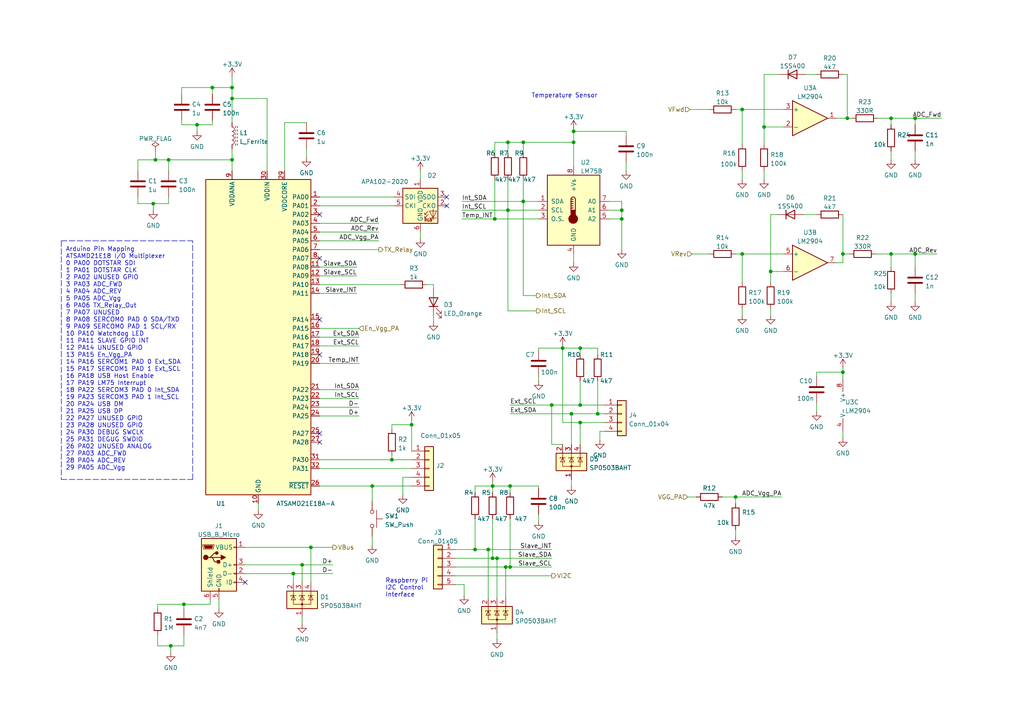
<source format=kicad_sch>
(kicad_sch (version 20211123) (generator eeschema)
  (paper "A4")
  (lib_symbols
    (symbol "1N914_1" (pin_numbers hide) (pin_names hide)
      (property "Reference" "D" (at 0 2.54 0))
      (property "Value" "1N914_1" (at 0 -2.54 0))
      (symbol "1N914_1_1_1"
        (pin passive line (at -3.81 0 0) (length 2.54) (name "K") (number "1"))
        (pin passive line (at 3.81 0 180) (length 2.54) (name "A") (number "2"))
      )
    )
    (symbol "Amplifier_Operational:LM2904" (pin_names (offset 0.127))
      (property "Reference" "U" (at 0 5.08 0))
      (property "Value" "LM2904" (at 0 -5.08 0))
      (symbol "LM2904_1_1"
        (pin output line (at 7.62 0 180) (length 2.54) (name "~") (number "1"))
        (pin input line (at -7.62 -2.54 0) (length 2.54) (name "-") (number "2"))
        (pin input line (at -7.62 2.54 0) (length 2.54) (name "+") (number "3"))
      )
      (symbol "LM2904_2_1"
        (pin input line (at -7.62 2.54 0) (length 2.54) (name "+") (number "5"))
        (pin input line (at -7.62 -2.54 0) (length 2.54) (name "-") (number "6"))
        (pin output line (at 7.62 0 180) (length 2.54) (name "~") (number "7"))
      )
      (symbol "LM2904_3_1"
        (pin power_in line (at -2.54 -7.62 90) (length 3.81) (name "V-") (number "4"))
        (pin power_in line (at -2.54 7.62 270) (length 3.81) (name "V+") (number "8"))
      )
    )
    (symbol "Connector:USB_B_Micro" (pin_names (offset 1.016))
      (property "Reference" "J" (at -5.08 11.43 0))
      (property "Value" "USB_B_Micro" (at -5.08 8.89 0))
      (symbol "USB_B_Micro_1_1"
        (pin power_out line (at 7.62 5.08 180) (length 2.54) (name "VBUS") (number "1"))
        (pin bidirectional line (at 7.62 -2.54 180) (length 2.54) (name "D-") (number "2"))
        (pin bidirectional line (at 7.62 0 180) (length 2.54) (name "D+") (number "3"))
        (pin passive line (at 7.62 -5.08 180) (length 2.54) (name "ID") (number "4"))
        (pin power_out line (at 0 -10.16 90) (length 2.54) (name "GND") (number "5"))
        (pin passive line (at -2.54 -10.16 90) (length 2.54) (name "Shield") (number "6"))
      )
    )
    (symbol "Connector_Generic:Conn_01x04" (pin_names (offset 1.016) hide)
      (property "Reference" "J" (at 0 5.08 0))
      (property "Value" "Conn_01x04" (at 0 -7.62 0))
      (symbol "Conn_01x04_1_1"
        (pin passive line (at -5.08 2.54 0) (length 3.81) (name "Pin_1") (number "1"))
        (pin passive line (at -5.08 0 0) (length 3.81) (name "Pin_2") (number "2"))
        (pin passive line (at -5.08 -2.54 0) (length 3.81) (name "Pin_3") (number "3"))
        (pin passive line (at -5.08 -5.08 0) (length 3.81) (name "Pin_4") (number "4"))
      )
    )
    (symbol "Connector_Generic:Conn_01x05" (pin_names (offset 1.016) hide)
      (property "Reference" "J" (at 0 7.62 0))
      (property "Value" "Conn_01x05" (at 0 -7.62 0))
      (symbol "Conn_01x05_1_1"
        (pin passive line (at -5.08 5.08 0) (length 3.81) (name "Pin_1") (number "1"))
        (pin passive line (at -5.08 2.54 0) (length 3.81) (name "Pin_2") (number "2"))
        (pin passive line (at -5.08 0 0) (length 3.81) (name "Pin_3") (number "3"))
        (pin passive line (at -5.08 -2.54 0) (length 3.81) (name "Pin_4") (number "4"))
        (pin passive line (at -5.08 -5.08 0) (length 3.81) (name "Pin_5") (number "5"))
      )
    )
    (symbol "Device:C" (pin_numbers hide) (pin_names (offset 0.254))
      (property "Reference" "C" (at 0.635 2.54 0))
      (property "Value" "C" (at 0.635 -2.54 0))
      (symbol "C_1_1"
        (pin passive line (at 0 3.81 270) (length 2.794) (name "~") (number "1"))
        (pin passive line (at 0 -3.81 90) (length 2.794) (name "~") (number "2"))
      )
    )
    (symbol "Device:LED" (pin_numbers hide) (pin_names (offset 1.016) hide)
      (property "Reference" "D" (at 0 2.54 0))
      (property "Value" "LED" (at 0 -2.54 0))
      (symbol "LED_1_1"
        (pin passive line (at -3.81 0 0) (length 2.54) (name "K") (number "1"))
        (pin passive line (at 3.81 0 180) (length 2.54) (name "A") (number "2"))
      )
    )
    (symbol "Device:L_Ferrite" (pin_numbers hide) (pin_names (offset 1.016) hide)
      (property "Reference" "L" (at -1.27 0 90))
      (property "Value" "L_Ferrite" (at 2.794 0 90))
      (symbol "L_Ferrite_1_1"
        (pin passive line (at 0 3.81 270) (length 1.27) (name "1") (number "1"))
        (pin passive line (at 0 -3.81 90) (length 1.27) (name "2") (number "2"))
      )
    )
    (symbol "Device:R" (pin_numbers hide) (pin_names (offset 0))
      (property "Reference" "R" (at 2.032 0 90))
      (property "Value" "R" (at 0 0 90))
      (symbol "R_1_1"
        (pin passive line (at 0 3.81 270) (length 1.27) (name "~") (number "1"))
        (pin passive line (at 0 -3.81 90) (length 1.27) (name "~") (number "2"))
      )
    )
    (symbol "Diode:1N914" (pin_numbers hide) (pin_names hide)
      (property "Reference" "D" (at 0 2.54 0))
      (property "Value" "1N914" (at 0 -2.54 0))
      (symbol "1N914_1_1"
        (pin passive line (at -3.81 0 0) (length 2.54) (name "K") (number "1"))
        (pin passive line (at 3.81 0 180) (length 2.54) (name "A") (number "2"))
      )
    )
    (symbol "LED:APA102-2020"
      (property "Reference" "D" (at 5.08 5.715 0))
      (property "Value" "APA102-2020" (at 1.27 -5.715 0))
      (symbol "APA102-2020_0_0"
        (text "RGB" (at 2.286 -4.191 0) (effects (font (size 0.762 0.762))))
      )
      (symbol "APA102-2020_1_1"
        (pin power_in line (at 0 7.62 270) (length 2.54) (name "VDD") (number "1"))
        (pin output line (at 7.62 0 180) (length 2.54) (name "CKO") (number "2"))
        (pin output line (at 7.62 2.54 180) (length 2.54) (name "SDO") (number "3"))
        (pin input line (at -7.62 2.54 0) (length 2.54) (name "SDI") (number "4"))
        (pin input line (at -7.62 0 0) (length 2.54) (name "CKI") (number "5"))
        (pin power_in line (at 0 -7.62 90) (length 2.54) (name "GND") (number "6"))
      )
    )
    (symbol "MCU_Microchip_SAMD:ATSAMD21E18A-A"
      (property "Reference" "U" (at -13.97 46.99 0))
      (property "Value" "ATSAMD21E18A-A" (at 16.51 46.99 0))
      (symbol "ATSAMD21E18A-A_1_1"
        (pin bidirectional line (at -17.78 40.64 0) (length 2.54) (name "PA00") (number "1"))
        (pin power_in line (at 0 -48.26 90) (length 2.54) (name "GND") (number "10"))
        (pin bidirectional line (at -17.78 20.32 0) (length 2.54) (name "PA08") (number "11"))
        (pin bidirectional line (at -17.78 17.78 0) (length 2.54) (name "PA09") (number "12"))
        (pin bidirectional line (at -17.78 15.24 0) (length 2.54) (name "PA10") (number "13"))
        (pin bidirectional line (at -17.78 12.7 0) (length 2.54) (name "PA11") (number "14"))
        (pin bidirectional line (at -17.78 5.08 0) (length 2.54) (name "PA14") (number "15"))
        (pin bidirectional line (at -17.78 2.54 0) (length 2.54) (name "PA15") (number "16"))
        (pin bidirectional line (at -17.78 0 0) (length 2.54) (name "PA16") (number "17"))
        (pin bidirectional line (at -17.78 -2.54 0) (length 2.54) (name "PA17") (number "18"))
        (pin bidirectional line (at -17.78 -5.08 0) (length 2.54) (name "PA18") (number "19"))
        (pin bidirectional line (at -17.78 38.1 0) (length 2.54) (name "PA01") (number "2"))
        (pin bidirectional line (at -17.78 -7.62 0) (length 2.54) (name "PA19") (number "20"))
        (pin bidirectional line (at -17.78 -15.24 0) (length 2.54) (name "PA22") (number "21"))
        (pin bidirectional line (at -17.78 -17.78 0) (length 2.54) (name "PA23") (number "22"))
        (pin bidirectional line (at -17.78 -20.32 0) (length 2.54) (name "PA24") (number "23"))
        (pin bidirectional line (at -17.78 -22.86 0) (length 2.54) (name "PA25") (number "24"))
        (pin bidirectional line (at -17.78 -27.94 0) (length 2.54) (name "PA27") (number "25"))
        (pin input line (at -17.78 -43.18 0) (length 2.54) (name "~{RESET}") (number "26"))
        (pin bidirectional line (at -17.78 -30.48 0) (length 2.54) (name "PA28") (number "27"))
        (pin passive line (at 0 -48.26 90) (length 2.54) hide (name "GND") (number "28"))
        (pin power_out line (at -7.62 48.26 270) (length 2.54) (name "VDDCORE") (number "29"))
        (pin bidirectional line (at -17.78 35.56 0) (length 2.54) (name "PA02") (number "3"))
        (pin power_in line (at -2.54 48.26 270) (length 2.54) (name "VDDIN") (number "30"))
        (pin bidirectional line (at -17.78 -35.56 0) (length 2.54) (name "PA30") (number "31"))
        (pin bidirectional line (at -17.78 -38.1 0) (length 2.54) (name "PA31") (number "32"))
        (pin bidirectional line (at -17.78 33.02 0) (length 2.54) (name "PA03") (number "4"))
        (pin bidirectional line (at -17.78 30.48 0) (length 2.54) (name "PA04") (number "5"))
        (pin bidirectional line (at -17.78 27.94 0) (length 2.54) (name "PA05") (number "6"))
        (pin bidirectional line (at -17.78 25.4 0) (length 2.54) (name "PA06") (number "7"))
        (pin bidirectional line (at -17.78 22.86 0) (length 2.54) (name "PA07") (number "8"))
        (pin power_in line (at 7.62 48.26 270) (length 2.54) (name "VDDANA") (number "9"))
      )
    )
    (symbol "Power_Protection:SP0503BAHT" (pin_names hide)
      (property "Reference" "D" (at 5.715 2.54 0))
      (property "Value" "SP0503BAHT" (at 5.715 0.635 0))
      (symbol "SP0503BAHT_0_0"
        (pin passive line (at 0 -5.08 90) (length 2.54) (name "A") (number "1"))
      )
      (symbol "SP0503BAHT_1_1"
        (pin passive line (at -2.54 5.08 270) (length 2.54) (name "K") (number "2"))
        (pin passive line (at 0 5.08 270) (length 2.54) (name "K") (number "3"))
        (pin passive line (at 2.54 5.08 270) (length 2.54) (name "K") (number "4"))
      )
    )
    (symbol "Sensor_Temperature:LM75B" (pin_names (offset 1.016))
      (property "Reference" "U" (at -6.35 11.43 0))
      (property "Value" "LM75B" (at 0 11.43 0))
      (symbol "LM75B_1_1"
        (pin bidirectional line (at -10.16 2.54 0) (length 2.54) (name "SDA") (number "1"))
        (pin input line (at -10.16 0 0) (length 2.54) (name "SCL") (number "2"))
        (pin open_collector line (at -10.16 -2.54 0) (length 2.54) (name "O.S.") (number "3"))
        (pin power_in line (at 0 -12.7 90) (length 2.54) (name "GND") (number "4"))
        (pin input line (at 10.16 -2.54 180) (length 2.54) (name "A2") (number "5"))
        (pin input line (at 10.16 0 180) (length 2.54) (name "A1") (number "6"))
        (pin input line (at 10.16 2.54 180) (length 2.54) (name "A0") (number "7"))
        (pin power_in line (at 0 12.7 270) (length 2.54) (name "+Vs") (number "8"))
      )
    )
    (symbol "Switch:SW_Push" (pin_numbers hide) (pin_names (offset 1.016) hide)
      (property "Reference" "SW" (at 1.27 2.54 0))
      (property "Value" "SW_Push" (at 0 -1.524 0))
      (symbol "SW_Push_0_1"
        (pin passive line (at -5.08 0 0) (length 2.54) (name "1") (number "1"))
        (pin passive line (at 5.08 0 180) (length 2.54) (name "2") (number "2"))
      )
    )
    (symbol "power:+3.3V" (power) (pin_names (offset 0))
      (property "Value" "+3.3V" (at 0 3.556 0))
      (symbol "+3.3V_1_1"
        (pin power_in line (at 0 0 90) (length 0) hide (name "+3.3V") (number "1"))
      )
    )
    (symbol "power:GND" (power) (pin_names (offset 0))
      (property "Value" "GND" (at 0 -3.81 0))
      (symbol "GND_1_1"
        (pin power_in line (at 0 0 270) (length 0) hide (name "GND") (number "1"))
      )
    )
    (symbol "power:PWR_FLAG" (power) (pin_numbers hide) (pin_names (offset 0) hide)
      (property "Value" "PWR_FLAG" (at 0 3.81 0))
      (symbol "PWR_FLAG_0_0"
        (pin power_out line (at 0 0 90) (length 0) (name "pwr") (number "1"))
      )
    )
  )
  (junction (at 44.45 59.055))
  (junction (at 142.875 140.97))
  (junction (at 85.09 166.37))
  (junction (at 168.275 100.965))
  (junction (at 173.355 120.015))
  (junction (at 213.36 144.145))
  (junction (at 151.765 41.275))
  (junction (at 53.34 175.26))
  (junction (at 113.665 133.35))
  (junction (at 180.34 60.96))
  (junction (at 48.895 46.355))
  (junction (at 147.32 60.96))
  (junction (at 223.52 78.74))
  (junction (at 67.31 46.355))
  (junction (at 87.63 163.83))
  (junction (at 215.265 31.75))
  (junction (at 221.615 36.83))
  (junction (at 45.085 46.355))
  (junction (at 180.34 63.5))
  (junction (at 163.195 100.965))
  (junction (at 258.445 73.66))
  (junction (at 49.53 187.325))
  (junction (at 67.31 25.4))
  (junction (at 165.735 120.015))
  (junction (at 107.95 140.97))
  (junction (at 57.15 36.195))
  (junction (at 258.445 34.29))
  (junction (at 244.475 73.66))
  (junction (at 147.32 41.275))
  (junction (at 144.145 161.925))
  (junction (at 143.51 63.5))
  (junction (at 142.875 161.925))
  (junction (at 166.37 38.1))
  (junction (at 147.955 164.465))
  (junction (at 265.43 73.66))
  (junction (at 137.795 159.385))
  (junction (at 141.605 159.385))
  (junction (at 151.765 58.42))
  (junction (at 160.02 117.475))
  (junction (at 146.685 164.465))
  (junction (at 67.31 28.575))
  (junction (at 215.265 73.66))
  (junction (at 168.275 117.475))
  (junction (at 90.17 158.75))
  (junction (at 245.745 34.29))
  (junction (at 147.955 140.97))
  (junction (at 119.38 123.19))
  (junction (at 244.475 107.95))
  (junction (at 168.275 122.555))
  (junction (at 265.43 34.29))
  (junction (at 166.37 41.275))
  (junction (at 61.595 25.4))
  (no_connect (at 92.71 74.93))
  (no_connect (at 92.71 102.87))
  (no_connect (at 92.71 128.27))
  (no_connect (at 92.71 125.73))
  (no_connect (at 129.54 57.15))
  (no_connect (at 129.54 59.69))
  (no_connect (at 92.71 62.23))
  (no_connect (at 92.71 92.71))
  (no_connect (at 71.12 168.91))
  (wire (pts (xy 213.36 31.75) (xy 215.265 31.75)))
  (wire (pts (xy 221.615 49.53) (xy 221.615 52.07)))
  (wire (pts (xy 141.605 159.385) (xy 160.02 159.385)))
  (wire (pts (xy 67.31 28.575) (xy 77.47 28.575)))
  (wire (pts (xy 53.34 175.26) (xy 53.34 176.53)))
  (wire (pts (xy 166.37 41.275) (xy 166.37 48.26)))
  (wire (pts (xy 151.765 52.07) (xy 151.765 58.42)))
  (wire (pts (xy 67.31 25.4) (xy 67.31 28.575)))
  (wire (pts (xy 265.43 85.09) (xy 265.43 87.63)))
  (wire (pts (xy 213.36 153.67) (xy 213.36 155.575)))
  (wire (pts (xy 133.985 60.96) (xy 147.32 60.96)))
  (wire (pts (xy 40.005 59.055) (xy 44.45 59.055)))
  (wire (pts (xy 180.34 60.96) (xy 180.34 63.5)))
  (wire (pts (xy 200.66 73.66) (xy 205.74 73.66)))
  (wire (pts (xy 223.52 89.535) (xy 223.52 91.44)))
  (wire (pts (xy 90.17 158.75) (xy 96.52 158.75)))
  (wire (pts (xy 92.71 57.15) (xy 114.3 57.15)))
  (wire (pts (xy 60.96 175.26) (xy 53.34 175.26)))
  (wire (pts (xy 119.38 123.19) (xy 113.665 123.19)))
  (wire (pts (xy 53.34 187.325) (xy 53.34 184.15)))
  (wire (pts (xy 116.84 138.43) (xy 116.84 143.51)))
  (wire (pts (xy 113.665 133.35) (xy 119.38 133.35)))
  (wire (pts (xy 173.355 100.965) (xy 168.275 100.965)))
  (wire (pts (xy 144.145 161.925) (xy 160.02 161.925)))
  (wire (pts (xy 61.595 36.195) (xy 61.595 34.925)))
  (wire (pts (xy 180.34 58.42) (xy 180.34 60.96)))
  (polyline (pts (xy 17.78 69.85) (xy 17.78 139.065)))
  (wire (pts (xy 176.53 60.96) (xy 180.34 60.96)))
  (wire (pts (xy 258.445 34.29) (xy 258.445 36.195)))
  (wire (pts (xy 107.95 140.97) (xy 107.95 145.415)))
  (wire (pts (xy 146.685 164.465) (xy 147.955 164.465)))
  (wire (pts (xy 61.595 25.4) (xy 67.31 25.4)))
  (wire (pts (xy 180.34 63.5) (xy 180.34 72.39)))
  (wire (pts (xy 215.265 31.75) (xy 227.33 31.75)))
  (wire (pts (xy 119.38 123.19) (xy 119.38 130.81)))
  (wire (pts (xy 57.15 36.195) (xy 57.15 38.1)))
  (wire (pts (xy 163.195 128.905) (xy 160.02 128.905)))
  (wire (pts (xy 254.635 34.29) (xy 258.445 34.29)))
  (wire (pts (xy 125.73 91.44) (xy 125.73 93.345)))
  (wire (pts (xy 132.08 161.925) (xy 142.875 161.925)))
  (wire (pts (xy 258.445 85.09) (xy 258.445 87.63)))
  (wire (pts (xy 165.735 120.015) (xy 165.735 128.905)))
  (wire (pts (xy 113.665 132.08) (xy 113.665 133.35)))
  (wire (pts (xy 244.475 125.095) (xy 244.475 127)))
  (wire (pts (xy 107.95 155.575) (xy 107.95 158.115)))
  (wire (pts (xy 168.275 122.555) (xy 168.275 128.905)))
  (wire (pts (xy 173.355 102.87) (xy 173.355 100.965)))
  (wire (pts (xy 156.21 149.225) (xy 156.21 151.13)))
  (polyline (pts (xy 17.78 139.065) (xy 55.88 139.065)))
  (wire (pts (xy 44.45 59.055) (xy 44.45 60.96)))
  (wire (pts (xy 113.665 123.19) (xy 113.665 124.46)))
  (wire (pts (xy 147.955 150.495) (xy 147.955 164.465)))
  (wire (pts (xy 181.61 39.37) (xy 181.61 38.1)))
  (wire (pts (xy 142.875 161.925) (xy 144.145 161.925)))
  (wire (pts (xy 48.895 59.055) (xy 48.895 57.15)))
  (wire (pts (xy 176.53 63.5) (xy 180.34 63.5)))
  (wire (pts (xy 121.92 49.53) (xy 121.92 52.07)))
  (wire (pts (xy 143.51 41.275) (xy 143.51 44.45)))
  (wire (pts (xy 137.795 142.875) (xy 137.795 140.97)))
  (wire (pts (xy 92.71 82.55) (xy 116.205 82.55)))
  (wire (pts (xy 88.9 35.56) (xy 82.55 35.56)))
  (wire (pts (xy 67.31 28.575) (xy 67.31 35.56)))
  (wire (pts (xy 147.32 41.275) (xy 147.32 44.45)))
  (wire (pts (xy 45.72 175.26) (xy 45.72 176.53)))
  (wire (pts (xy 147.32 52.07) (xy 147.32 60.96)))
  (wire (pts (xy 242.57 76.2) (xy 244.475 76.2)))
  (wire (pts (xy 175.26 122.555) (xy 168.275 122.555)))
  (wire (pts (xy 160.02 128.905) (xy 160.02 117.475)))
  (wire (pts (xy 245.745 34.29) (xy 245.745 21.59)))
  (wire (pts (xy 236.855 21.59) (xy 233.68 21.59)))
  (wire (pts (xy 147.955 164.465) (xy 160.02 164.465)))
  (wire (pts (xy 137.795 150.495) (xy 137.795 159.385)))
  (wire (pts (xy 156.21 109.22) (xy 156.21 110.49)))
  (wire (pts (xy 168.275 110.49) (xy 168.275 117.475)))
  (wire (pts (xy 92.71 140.97) (xy 107.95 140.97)))
  (wire (pts (xy 201.93 144.145) (xy 199.39 144.145)))
  (wire (pts (xy 258.445 34.29) (xy 265.43 34.29)))
  (wire (pts (xy 244.475 62.23) (xy 244.475 73.66)))
  (wire (pts (xy 258.445 73.66) (xy 258.445 77.47)))
  (wire (pts (xy 258.445 73.66) (xy 265.43 73.66)))
  (wire (pts (xy 137.795 140.97) (xy 142.875 140.97)))
  (wire (pts (xy 215.265 49.53) (xy 215.265 52.07)))
  (wire (pts (xy 52.705 25.4) (xy 61.595 25.4)))
  (wire (pts (xy 144.145 183.515) (xy 144.145 185.42)))
  (wire (pts (xy 92.71 77.47) (xy 103.505 77.47)))
  (wire (pts (xy 87.63 179.07) (xy 87.63 180.975)))
  (wire (pts (xy 236.855 107.95) (xy 244.475 107.95)))
  (wire (pts (xy 132.08 164.465) (xy 146.685 164.465)))
  (wire (pts (xy 67.31 43.18) (xy 67.31 46.355)))
  (wire (pts (xy 166.37 37.465) (xy 166.37 38.1)))
  (wire (pts (xy 71.12 166.37) (xy 85.09 166.37)))
  (wire (pts (xy 44.45 59.055) (xy 48.895 59.055)))
  (polyline (pts (xy 17.78 69.85) (xy 55.88 69.85)))
  (wire (pts (xy 53.34 175.26) (xy 45.72 175.26)))
  (wire (pts (xy 163.195 100.33) (xy 163.195 100.965)))
  (wire (pts (xy 133.985 58.42) (xy 151.765 58.42)))
  (wire (pts (xy 85.09 166.37) (xy 85.09 168.91)))
  (wire (pts (xy 223.52 78.74) (xy 227.33 78.74)))
  (wire (pts (xy 77.47 28.575) (xy 77.47 49.53)))
  (wire (pts (xy 88.9 43.18) (xy 88.9 45.72)))
  (wire (pts (xy 119.38 138.43) (xy 116.84 138.43)))
  (wire (pts (xy 254 73.66) (xy 258.445 73.66)))
  (wire (pts (xy 168.275 100.965) (xy 168.275 102.87)))
  (wire (pts (xy 92.71 95.25) (xy 104.14 95.25)))
  (wire (pts (xy 92.71 69.85) (xy 109.855 69.85)))
  (wire (pts (xy 176.53 58.42) (xy 180.34 58.42)))
  (wire (pts (xy 92.71 59.69) (xy 114.3 59.69)))
  (wire (pts (xy 71.12 158.75) (xy 90.17 158.75)))
  (wire (pts (xy 147.955 117.475) (xy 160.02 117.475)))
  (wire (pts (xy 40.005 46.355) (xy 45.085 46.355)))
  (wire (pts (xy 151.765 58.42) (xy 156.21 58.42)))
  (wire (pts (xy 146.685 164.465) (xy 146.685 173.355)))
  (wire (pts (xy 163.195 100.965) (xy 156.21 100.965)))
  (wire (pts (xy 92.71 80.01) (xy 103.505 80.01)))
  (wire (pts (xy 221.615 36.83) (xy 221.615 41.91)))
  (wire (pts (xy 92.71 133.35) (xy 113.665 133.35)))
  (wire (pts (xy 49.53 187.325) (xy 53.34 187.325)))
  (wire (pts (xy 244.475 107.95) (xy 244.475 109.855)))
  (wire (pts (xy 166.37 38.1) (xy 166.37 41.275)))
  (wire (pts (xy 166.37 73.66) (xy 166.37 76.2)))
  (wire (pts (xy 85.09 166.37) (xy 96.52 166.37)))
  (wire (pts (xy 215.265 73.66) (xy 215.265 81.915)))
  (wire (pts (xy 175.26 125.095) (xy 173.99 125.095)))
  (wire (pts (xy 52.705 27.305) (xy 52.705 25.4)))
  (polyline (pts (xy 55.88 139.065) (xy 55.88 69.85)))
  (wire (pts (xy 142.875 139.7) (xy 142.875 140.97)))
  (wire (pts (xy 142.875 150.495) (xy 142.875 161.925)))
  (wire (pts (xy 87.63 163.83) (xy 96.52 163.83)))
  (wire (pts (xy 200.025 31.75) (xy 205.74 31.75)))
  (wire (pts (xy 147.32 60.96) (xy 156.21 60.96)))
  (wire (pts (xy 244.475 107.95) (xy 244.475 106.68)))
  (wire (pts (xy 45.085 43.815) (xy 45.085 46.355)))
  (wire (pts (xy 63.5 173.99) (xy 63.5 176.53)))
  (wire (pts (xy 173.355 110.49) (xy 173.355 120.015)))
  (wire (pts (xy 168.275 100.965) (xy 163.195 100.965)))
  (wire (pts (xy 166.37 41.275) (xy 151.765 41.275)))
  (wire (pts (xy 223.52 62.23) (xy 223.52 78.74)))
  (wire (pts (xy 90.17 158.75) (xy 90.17 168.91)))
  (wire (pts (xy 245.745 21.59) (xy 244.475 21.59)))
  (wire (pts (xy 92.71 115.57) (xy 104.14 115.57)))
  (wire (pts (xy 265.43 73.66) (xy 271.78 73.66)))
  (wire (pts (xy 265.43 43.815) (xy 265.43 46.355)))
  (wire (pts (xy 181.61 38.1) (xy 166.37 38.1)))
  (wire (pts (xy 215.265 31.75) (xy 215.265 41.91)))
  (wire (pts (xy 151.765 85.725) (xy 155.575 85.725)))
  (wire (pts (xy 92.71 113.03) (xy 104.14 113.03)))
  (wire (pts (xy 265.43 34.29) (xy 265.43 36.195)))
  (wire (pts (xy 236.855 109.22) (xy 236.855 107.95)))
  (wire (pts (xy 52.705 36.195) (xy 57.15 36.195)))
  (wire (pts (xy 45.72 187.325) (xy 49.53 187.325)))
  (wire (pts (xy 143.51 52.07) (xy 143.51 63.5)))
  (wire (pts (xy 74.93 146.05) (xy 74.93 147.955)))
  (wire (pts (xy 132.08 169.545) (xy 134.62 169.545)))
  (wire (pts (xy 142.875 140.97) (xy 142.875 142.875)))
  (wire (pts (xy 173.355 120.015) (xy 175.26 120.015)))
  (wire (pts (xy 92.71 85.09) (xy 103.505 85.09)))
  (wire (pts (xy 213.36 144.145) (xy 209.55 144.145)))
  (wire (pts (xy 151.765 41.275) (xy 147.32 41.275)))
  (wire (pts (xy 92.71 120.65) (xy 104.14 120.65)))
  (wire (pts (xy 168.275 117.475) (xy 175.26 117.475)))
  (wire (pts (xy 156.21 140.97) (xy 156.21 141.605)))
  (wire (pts (xy 57.15 36.195) (xy 61.595 36.195)))
  (wire (pts (xy 125.73 82.55) (xy 125.73 83.82)))
  (wire (pts (xy 52.705 34.925) (xy 52.705 36.195)))
  (wire (pts (xy 147.955 140.97) (xy 147.955 142.875)))
  (wire (pts (xy 142.875 140.97) (xy 147.955 140.97)))
  (wire (pts (xy 165.735 120.015) (xy 173.355 120.015)))
  (wire (pts (xy 147.32 90.17) (xy 147.32 60.96)))
  (wire (pts (xy 40.005 57.15) (xy 40.005 59.055)))
  (wire (pts (xy 226.695 144.145) (xy 213.36 144.145)))
  (wire (pts (xy 213.36 144.145) (xy 213.36 146.05)))
  (wire (pts (xy 160.02 117.475) (xy 168.275 117.475)))
  (wire (pts (xy 132.08 167.005) (xy 160.02 167.005)))
  (wire (pts (xy 244.475 73.66) (xy 244.475 76.2)))
  (wire (pts (xy 67.31 46.355) (xy 67.31 49.53)))
  (wire (pts (xy 123.825 82.55) (xy 125.73 82.55)))
  (wire (pts (xy 147.955 140.97) (xy 156.21 140.97)))
  (wire (pts (xy 225.425 62.23) (xy 223.52 62.23)))
  (wire (pts (xy 45.72 184.15) (xy 45.72 187.325)))
  (wire (pts (xy 132.08 159.385) (xy 137.795 159.385)))
  (wire (pts (xy 134.62 169.545) (xy 134.62 172.72)))
  (wire (pts (xy 147.32 41.275) (xy 143.51 41.275)))
  (wire (pts (xy 45.085 46.355) (xy 48.895 46.355)))
  (wire (pts (xy 60.96 173.99) (xy 60.96 175.26)))
  (wire (pts (xy 61.595 25.4) (xy 61.595 27.305)))
  (wire (pts (xy 121.92 67.31) (xy 121.92 69.215)))
  (wire (pts (xy 67.31 22.225) (xy 67.31 25.4)))
  (wire (pts (xy 227.33 36.83) (xy 221.615 36.83)))
  (wire (pts (xy 92.71 135.89) (xy 119.38 135.89)))
  (wire (pts (xy 40.005 49.53) (xy 40.005 46.355)))
  (wire (pts (xy 215.265 89.535) (xy 215.265 91.44)))
  (wire (pts (xy 223.52 78.74) (xy 223.52 81.915)))
  (wire (pts (xy 92.71 72.39) (xy 109.855 72.39)))
  (wire (pts (xy 137.795 159.385) (xy 141.605 159.385)))
  (wire (pts (xy 92.71 64.77) (xy 109.855 64.77)))
  (wire (pts (xy 244.475 73.66) (xy 246.38 73.66)))
  (wire (pts (xy 213.36 73.66) (xy 215.265 73.66)))
  (wire (pts (xy 147.955 120.015) (xy 165.735 120.015)))
  (wire (pts (xy 48.895 46.355) (xy 67.31 46.355)))
  (wire (pts (xy 49.53 187.325) (xy 49.53 189.23)))
  (wire (pts (xy 151.765 41.275) (xy 151.765 44.45)))
  (wire (pts (xy 92.71 105.41) (xy 104.14 105.41)))
  (wire (pts (xy 245.745 34.29) (xy 247.015 34.29)))
  (wire (pts (xy 143.51 63.5) (xy 156.21 63.5)))
  (wire (pts (xy 155.575 90.17) (xy 147.32 90.17)))
  (wire (pts (xy 265.43 77.47) (xy 265.43 73.66)))
  (wire (pts (xy 156.21 100.965) (xy 156.21 101.6)))
  (wire (pts (xy 265.43 34.29) (xy 273.05 34.29)))
  (wire (pts (xy 215.265 73.66) (xy 227.33 73.66)))
  (wire (pts (xy 236.855 116.84) (xy 236.855 119.38)))
  (wire (pts (xy 87.63 163.83) (xy 87.63 168.91)))
  (wire (pts (xy 92.71 97.79) (xy 104.14 97.79)))
  (wire (pts (xy 221.615 36.83) (xy 221.615 21.59)))
  (wire (pts (xy 92.71 67.31) (xy 109.855 67.31)))
  (wire (pts (xy 71.12 163.83) (xy 87.63 163.83)))
  (wire (pts (xy 133.985 63.5) (xy 143.51 63.5)))
  (wire (pts (xy 48.895 46.355) (xy 48.895 49.53)))
  (wire (pts (xy 181.61 46.99) (xy 181.61 49.53)))
  (wire (pts (xy 119.38 121.92) (xy 119.38 123.19)))
  (wire (pts (xy 221.615 21.59) (xy 226.06 21.59)))
  (wire (pts (xy 82.55 35.56) (xy 82.55 49.53)))
  (wire (pts (xy 141.605 159.385) (xy 141.605 173.355)))
  (wire (pts (xy 163.195 122.555) (xy 163.195 100.965)))
  (wire (pts (xy 242.57 34.29) (xy 245.745 34.29)))
  (wire (pts (xy 107.95 140.97) (xy 119.38 140.97)))
  (wire (pts (xy 165.735 139.065) (xy 165.735 140.97)))
  (wire (pts (xy 144.145 161.925) (xy 144.145 173.355)))
  (wire (pts (xy 236.855 62.23) (xy 233.045 62.23)))
  (wire (pts (xy 92.71 100.33) (xy 104.14 100.33)))
  (wire (pts (xy 92.71 118.11) (xy 104.14 118.11)))
  (wire (pts (xy 151.765 58.42) (xy 151.765 85.725)))
  (wire (pts (xy 258.445 43.815) (xy 258.445 46.355)))
  (wire (pts (xy 168.275 122.555) (xy 163.195 122.555)))
  (wire (pts (xy 173.99 125.095) (xy 173.99 127.635)))
  (text "Arduino Pin Mapping\nATSAMD21E18 I/O Multiplexer\n0 PA00 DOTSTAR SDI\n1 PA01 DOTSTAR CLK\n2 PA02 UNUSED GPIO\n3 PA03 ADC_FWD\n4 PA04 ADC_REV\n5 PA05 ADC_Vgg\n6 PA06 TX_Relay_Out\n7 PA07 UNUSED\n8 PA08 SERCOM0 PAD 0 SDA/TXD\n9 PA09 SERCOM0 PAD 1 SCL/RX\n10 PA10 Watchdog LED\n11 PA11 SLAVE GPIO INT\n12 PA14 UNUSED GPIO\n13 PA15 En_Vgg_PA\n14 PA16 SERCOM1 PAD 0 Ext_SDA\n15 PA17 SERCOM1 PAD 1 Ext_SCL\n16 PA18 USB Host Enable\n17 PA19 LM75 Interrupt\n18 PA22 SERCOM3 PAD 0 Int_SDA\n19 PA23 SERCOM3 PAD 1 Int_SCL\n20 PA24 USB DM\n21 PA25 USB DP\n22 PA27 UNUSED GPIO\n23 PA28 UNUSED GPIO\n24 PA30 DEBUG SWCLK\n25 PA31 DEGUG SWDIO\n26 PA02 UNUSED ANALOG\n27 PA03 ADC_FWD\n28 PA04 ADC_REV\n29 PA05 ADC_Vgg" (at 19.05 136.525 0) (effects (font (size 1.27 1.27)) (justify left bottom)))
  (text "Temperature Sensor" (at 173.355 28.575 180) (effects (font (size 1.27 1.27)) (justify right bottom)))
  (text "Raspberry Pi\nI2C Control\nInterface" (at 111.76 173.355 0) (effects (font (size 1.27 1.27)) (justify left bottom)))
  (label "Temp_INT" (at 133.985 63.5 0))
  (label "Temp_INT" (at 104.14 105.41 180))
  (label "Slave_SCL" (at 160.02 164.465 180))
  (label "Int_SCL" (at 104.14 115.57 180))
  (label "Ext_SDA" (at 147.955 120.015 0))
  (label "ADC_Vgg_PA" (at 226.695 144.145 180))
  (label "ADC_Rev" (at 109.855 67.31 180))
  (label "Ext_SDA" (at 104.14 97.79 180))
  (label "Int_SDA" (at 104.14 113.03 180))
  (label "Slave_SDA" (at 103.505 77.47 180))
  (label "Ext_SCL" (at 147.955 117.475 0))
  (label "Slave_INT" (at 160.02 159.385 180))
  (label "ADC_Fwd" (at 109.855 64.77 180))
  (label "D-" (at 104.14 118.11 180))
  (label "Slave_SCL" (at 103.505 80.01 180))
  (label "ADC_Vgg_PA" (at 109.855 69.85 180))
  (label "Int_SDA" (at 133.985 58.42 0))
  (label "Int_SCL" (at 133.985 60.96 0))
  (label "Ext_SCL" (at 104.14 100.33 180))
  (label "D-" (at 96.52 166.37 180))
  (label "ADC_Rev" (at 271.78 73.66 180))
  (label "Slave_SDA" (at 160.02 161.925 180))
  (label "Slave_INT" (at 103.505 85.09 180))
  (label "ADC_Fwd" (at 273.05 34.29 180))
  (label "D+" (at 96.52 163.83 180))
  (label "D+" (at 104.14 120.65 180))
  (hierarchical_label "VI2C" (shape output) (at 160.02 167.005 0))
  (hierarchical_label "VFwd" (shape input) (at 200.025 31.75 180))
  (hierarchical_label "Int_SCL" (shape output) (at 155.575 90.17 0))
  (hierarchical_label "TX_Relay" (shape output) (at 109.855 72.39 0))
  (hierarchical_label "VBus" (shape output) (at 96.52 158.75 0))
  (hierarchical_label "Int_SDA" (shape output) (at 155.575 85.725 0))
  (hierarchical_label "En_Vgg_PA" (shape input) (at 104.14 95.25 0))
  (hierarchical_label "VGG_PA" (shape input) (at 199.39 144.145 180))
  (hierarchical_label "VRev" (shape input) (at 200.66 73.66 180))
  (symbol (lib_id "Device:C") (at 156.21 105.41 0) (unit 1)
    (property "Reference" "C7" (at 152.4 102.87 0) (effects (justify left)))
    (property "Value" "100n" (at 156.845 107.95 0) (effects (justify left)))
    (property "Footprint" "Capacitor_SMD:C_0603_1608Metric" (effects hide))
  )
  (symbol (lib_id "Device:R") (at 221.615 45.72 0) (unit 1)
    (property "Reference" "R18" (at 223.393 44.8853 0) (effects (justify left)))
    (property "Value" "100k" (at 223.393 47.4222 0) (effects (justify left)))
    (property "Footprint" "Resistor_SMD:R_0603_1608Metric" (effects hide))
  )
  (symbol (lib_id "Device:R") (at 240.665 21.59 270) (mirror x) (unit 1)
    (property "Reference" "R20" (at 240.665 16.8742 90))
    (property "Value" "4k7" (at 240.665 19.4111 90))
    (property "Footprint" "Resistor_SMD:R_0603_1608Metric" (effects hide))
  )
  (symbol (lib_id "power:GND") (at 181.61 49.53 0) (unit 1)
    (property "Reference" "#PWR026" (effects hide))
    (property "Value" "GND" (at 181.61 53.9734 0))
  )
  (symbol (lib_id "Connector_Generic:Conn_01x05") (at 127 164.465 0) (mirror y) (unit 1)
    (property "Reference" "J3" (at 127 154.4152 0))
    (property "Value" "Conn_01x05" (at 127 156.9521 0))
    (property "Footprint" "Pi_Tx:JST_PH_S5B-PH-SM4-TB_1x05-1MP_P2.00mm_Horizontal" (effects hide))
  )
  (symbol (lib_id "Device:R") (at 120.015 82.55 270) (unit 1)
    (property "Reference" "R3" (at 120.015 77.8342 90))
    (property "Value" "1k" (at 120.015 80.3711 90))
    (property "Footprint" "Resistor_SMD:R_0603_1608Metric" (effects hide))
  )
  (symbol (lib_id "power:+3.3V") (at 142.875 139.7 0) (unit 1)
    (property "Reference" "#PWR016" (effects hide))
    (property "Value" "+3.3V" (at 142.875 136.1242 0))
  )
  (symbol (lib_id "Device:R") (at 215.265 45.72 0) (unit 1)
    (property "Reference" "R16" (at 209.55 44.45 0) (effects (justify left)))
    (property "Value" "100k" (at 208.915 47.625 0) (effects (justify left)))
    (property "Footprint" "Resistor_SMD:R_0603_1608Metric" (effects hide))
  )
  (symbol (lib_id "Device:C") (at 181.61 43.18 0) (unit 1)
    (property "Reference" "C9" (at 184.531 42.3453 0) (effects (justify left)))
    (property "Value" "100n" (at 184.531 44.8822 0) (effects (justify left)))
    (property "Footprint" "Capacitor_SMD:C_0603_1608Metric" (effects hide))
  )
  (symbol (lib_id "Device:R") (at 223.52 85.725 0) (unit 1)
    (property "Reference" "R19" (at 225.298 84.8903 0) (effects (justify left)))
    (property "Value" "100k" (at 225.298 87.4272 0) (effects (justify left)))
    (property "Footprint" "Resistor_SMD:R_0603_1608Metric" (effects hide))
  )
  (symbol (lib_id "Device:R") (at 209.55 73.66 90) (unit 1)
    (property "Reference" "R14" (at 209.55 68.9442 90))
    (property "Value" "10k" (at 209.55 71.4811 90))
    (property "Footprint" "Resistor_SMD:R_0603_1608Metric" (effects hide))
  )
  (symbol (lib_id "Device:R") (at 147.32 48.26 0) (unit 1)
    (property "Reference" "R7" (at 144.78 44.45 0) (effects (justify left)))
    (property "Value" "4k7" (at 147.32 52.07 0) (effects (justify left)))
    (property "Footprint" "Resistor_SMD:R_0603_1608Metric" (effects hide))
  )
  (symbol (lib_id "Device:C") (at 88.9 39.37 0) (unit 1)
    (property "Reference" "C6" (at 91.821 38.5353 0) (effects (justify left)))
    (property "Value" "1u" (at 91.821 41.0722 0) (effects (justify left)))
    (property "Footprint" "Capacitor_SMD:C_0603_1608Metric" (effects hide))
  )
  (symbol (lib_id "power:+3.3V") (at 67.31 22.225 0) (unit 1)
    (property "Reference" "#PWR05" (effects hide))
    (property "Value" "+3.3V" (at 67.31 18.6492 0))
  )
  (symbol (lib_id "Amplifier_Operational:LM2904") (at 234.95 34.29 0) (unit 1)
    (property "Reference" "U3" (at 234.95 25.5102 0))
    (property "Value" "LM2904" (at 234.95 28.0471 0))
    (property "Footprint" "Package_SO:SOIC-8_3.9x4.9mm_P1.27mm" (effects hide))
    (property "Datasheet" "http://www.ti.com/lit/ds/symlink/lm358.pdf" (effects hide))
  )
  (symbol (lib_id "power:GND") (at 156.21 151.13 0) (unit 1)
    (property "Reference" "#PWR019" (effects hide))
    (property "Value" "GND" (at 156.21 155.5734 0))
  )
  (symbol (lib_id "power:GND") (at 223.52 91.44 0) (unit 1)
    (property "Reference" "#PWR031" (effects hide))
    (property "Value" "GND" (at 223.52 95.8834 0))
  )
  (symbol (lib_id "Device:C") (at 265.43 81.28 0) (unit 1)
    (property "Reference" "C12" (at 268.351 80.4453 0) (effects (justify left)))
    (property "Value" "1n" (at 268.351 82.9822 0) (effects (justify left)))
    (property "Footprint" "Capacitor_SMD:C_0603_1608Metric" (effects hide))
  )
  (symbol (lib_id "power:+3.3V") (at 244.475 106.68 0) (unit 1)
    (property "Reference" "#PWR033" (effects hide))
    (property "Value" "+3.3V" (at 244.475 103.1042 0))
  )
  (symbol (lib_id "power:GND") (at 265.43 87.63 0) (unit 1)
    (property "Reference" "#PWR038" (effects hide))
    (property "Value" "GND" (at 265.43 92.0734 0))
  )
  (symbol (lib_id "Device:R") (at 240.665 62.23 270) (mirror x) (unit 1)
    (property "Reference" "R21" (at 240.665 57.5142 90))
    (property "Value" "4k7" (at 240.665 60.0511 90))
    (property "Footprint" "Resistor_SMD:R_0603_1608Metric" (effects hide))
  )
  (symbol (lib_id "power:GND") (at 44.45 60.96 0) (unit 1)
    (property "Reference" "#PWR02" (effects hide))
    (property "Value" "GND" (at 44.45 65.4034 0))
  )
  (symbol (lib_id "Device:R") (at 258.445 81.28 0) (unit 1)
    (property "Reference" "R25" (at 253.365 79.375 0) (effects (justify left)))
    (property "Value" "10k" (at 253.365 83.185 0) (effects (justify left)))
    (property "Footprint" "Resistor_SMD:R_0603_1608Metric" (effects hide))
  )
  (symbol (lib_id "MCU_Microchip_SAMD:ATSAMD21E18A-A") (at 74.93 97.79 0) (mirror y) (unit 1)
    (property "Reference" "U1" (at 65.405 146.05 0) (effects (justify left)))
    (property "Value" "ATSAMD21E18A-A" (at 97.155 146.05 0) (effects (justify left)))
    (property "Footprint" "Package_QFP:TQFP-32_7x7mm_P0.8mm" (effects hide))
    (property "Datasheet" "http://ww1.microchip.com/downloads/en/DeviceDoc/SAM_D21_DA1_Family_Data%20Sheet_DS40001882E.pdf" (effects hide))
  )
  (symbol (lib_id "Device:C") (at 40.005 53.34 0) (unit 1)
    (property "Reference" "C1" (at 42.926 52.5053 0) (effects (justify left)))
    (property "Value" "1u" (at 42.926 55.0422 0) (effects (justify left)))
    (property "Footprint" "Capacitor_SMD:C_0603_1608Metric" (effects hide))
  )
  (symbol (lib_id "power:GND") (at 215.265 91.44 0) (unit 1)
    (property "Reference" "#PWR029" (effects hide))
    (property "Value" "GND" (at 215.265 95.8834 0))
  )
  (symbol (lib_id "Device:C") (at 53.34 180.34 0) (unit 1)
    (property "Reference" "C2" (at 56.261 179.5053 0) (effects (justify left)))
    (property "Value" "4n7" (at 56.261 182.0422 0) (effects (justify left)))
    (property "Footprint" "Capacitor_SMD:C_0603_1608Metric" (effects hide))
  )
  (symbol (lib_id "power:GND") (at 116.84 143.51 0) (unit 1)
    (property "Reference" "#PWR010" (effects hide))
    (property "Value" "GND" (at 116.84 147.9534 0))
  )
  (symbol (lib_id "Device:R") (at 137.795 146.685 0) (unit 1)
    (property "Reference" "R4" (at 134.62 142.875 0) (effects (justify left)))
    (property "Value" "4k7" (at 138.43 150.495 0) (effects (justify left)))
    (property "Footprint" "Resistor_SMD:R_0603_1608Metric" (effects hide))
  )
  (symbol (lib_id "power:GND") (at 107.95 158.115 0) (unit 1)
    (property "Reference" "#PWR09" (effects hide))
    (property "Value" "GND" (at 107.95 162.5584 0))
  )
  (symbol (lib_id "Device:R") (at 173.355 106.68 0) (unit 1)
    (property "Reference" "R11" (at 173.99 102.87 0) (effects (justify left)))
    (property "Value" "4k7" (at 173.99 110.49 0) (effects (justify left)))
    (property "Footprint" "Resistor_SMD:R_0603_1608Metric" (effects hide))
  )
  (symbol (lib_id "Connector_Generic:Conn_01x04") (at 180.34 120.015 0) (unit 1)
    (property "Reference" "J4" (at 182.372 120.4503 0) (effects (justify left)))
    (property "Value" "Conn_01x04" (at 182.372 122.9872 0) (effects (justify left)))
    (property "Footprint" "Pi_Tx:JST_PH_S4B-PH-SM4-TB_1x04-1MP_P2.00mm_Horizontal" (effects hide))
  )
  (symbol (lib_id "power:GND") (at 156.21 110.49 0) (unit 1)
    (property "Reference" "#PWR018" (effects hide))
    (property "Value" "GND" (at 156.21 114.9334 0))
  )
  (symbol (lib_id "Device:L_Ferrite") (at 67.31 39.37 0) (unit 1)
    (property "Reference" "L1" (at 69.469 38.5353 0) (effects (justify left)))
    (property "Value" "L_Ferrite" (at 69.469 41.0722 0) (effects (justify left)))
    (property "Footprint" "Inductor_SMD:L_0603_1608Metric" (effects hide))
  )
  (symbol (lib_id "Power_Protection:SP0503BAHT") (at 165.735 133.985 0) (unit 1)
    (property "Reference" "D5" (at 170.942 133.1503 0) (effects (justify left)))
    (property "Value" "SP0503BAHT" (at 170.942 135.6872 0) (effects (justify left)))
    (property "Footprint" "Package_TO_SOT_SMD:SOT-143" (effects hide))
    (property "Datasheet" "http://www.littelfuse.com/~/media/files/littelfuse/technical%20resources/documents/data%20sheets/sp05xxba.pdf" (effects hide))
  )
  (symbol (lib_id "Connector_Generic:Conn_01x05") (at 124.46 135.89 0) (unit 1)
    (property "Reference" "J2" (at 126.492 135.0553 0) (effects (justify left)))
    (property "Value" "Conn_01x05" (at 121.92 126.365 0) (effects (justify left)))
    (property "Footprint" "Pi_Tx:Debug_Clip" (effects hide))
  )
  (symbol (lib_id "Connector:USB_B_Micro") (at 63.5 163.83 0) (unit 1)
    (property "Reference" "J1" (at 63.5 152.5102 0))
    (property "Value" "USB_B_Micro" (at 63.5 155.0471 0))
    (property "Footprint" "Pi_Tx:USB_Micro-B_Molex-105017-0001" (effects hide))
  )
  (symbol (lib_id "power:GND") (at 258.445 46.355 0) (unit 1)
    (property "Reference" "#PWR035" (effects hide))
    (property "Value" "GND" (at 258.445 50.7984 0))
  )
  (symbol (lib_id "power:GND") (at 74.93 147.955 0) (unit 1)
    (property "Reference" "#PWR06" (effects hide))
    (property "Value" "GND" (at 74.93 152.3984 0))
  )
  (symbol (lib_id "Device:R") (at 143.51 48.26 0) (unit 1)
    (property "Reference" "R6" (at 140.97 44.45 0) (effects (justify left)))
    (property "Value" "4k7" (at 143.51 52.07 0) (effects (justify left)))
    (property "Footprint" "Resistor_SMD:R_0603_1608Metric" (effects hide))
  )
  (symbol (lib_id "Device:C") (at 52.705 31.115 0) (unit 1)
    (property "Reference" "C4" (at 55.626 30.2803 0) (effects (justify left)))
    (property "Value" "1u" (at 55.626 32.8172 0) (effects (justify left)))
    (property "Footprint" "Capacitor_SMD:C_0603_1608Metric" (effects hide))
  )
  (symbol (lib_id "LED:APA102-2020") (at 121.92 59.69 0) (unit 1)
    (property "Reference" "D2" (at 123.9394 50.9102 0) (effects (justify left)))
    (property "Value" "APA102-2020" (at 104.775 52.705 0) (effects (justify left)))
    (property "Footprint" "Pi_Tx:LED-APA102-2020" (effects hide))
    (property "Datasheet" "http://www.led-color.com/upload/201604/APA102-2020%20SMD%20LED.pdf" (effects hide))
  )
  (symbol (lib_id "Device:R") (at 147.955 146.685 0) (unit 1)
    (property "Reference" "R8" (at 144.78 142.875 0) (effects (justify left)))
    (property "Value" "4k7" (at 149.225 150.495 0) (effects (justify left)))
    (property "Footprint" "Resistor_SMD:R_0603_1608Metric" (effects hide))
  )
  (symbol (lib_id "power:GND") (at 125.73 93.345 0) (unit 1)
    (property "Reference" "#PWR014" (effects hide))
    (property "Value" "GND" (at 125.73 97.7884 0))
  )
  (symbol (lib_id "Device:R") (at 209.55 31.75 90) (unit 1)
    (property "Reference" "R13" (at 209.55 27.0342 90))
    (property "Value" "10k" (at 209.55 29.5711 90))
    (property "Footprint" "Resistor_SMD:R_0603_1608Metric" (effects hide))
  )
  (symbol (lib_id "Device:R") (at 213.36 149.86 0) (mirror y) (unit 1)
    (property "Reference" "R15" (at 219.075 148.59 0) (effects (justify left)))
    (property "Value" "10k" (at 211.582 151.5622 0) (effects (justify left)))
    (property "Footprint" "Resistor_SMD:R_0603_1608Metric" (effects hide))
  )
  (symbol (lib_id "power:GND") (at 244.475 127 0) (unit 1)
    (property "Reference" "#PWR034" (effects hide))
    (property "Value" "GND" (at 244.475 131.4434 0))
  )
  (symbol (lib_id "power:GND") (at 221.615 52.07 0) (unit 1)
    (property "Reference" "#PWR030" (effects hide))
    (property "Value" "GND" (at 221.615 56.5134 0))
  )
  (symbol (lib_id "power:GND") (at 49.53 189.23 0) (unit 1)
    (property "Reference" "#PWR01" (effects hide))
    (property "Value" "GND" (at 49.53 193.6734 0))
  )
  (symbol (lib_id "Device:C") (at 48.895 53.34 0) (unit 1)
    (property "Reference" "C3" (at 51.816 52.5053 0) (effects (justify left)))
    (property "Value" "100n" (at 51.816 55.0422 0) (effects (justify left)))
    (property "Footprint" "Capacitor_SMD:C_0603_1608Metric" (effects hide))
  )
  (symbol (lib_id "Device:C") (at 156.21 145.415 0) (unit 1)
    (property "Reference" "C8" (at 159.131 144.5803 0) (effects (justify left)))
    (property "Value" "100n" (at 159.131 147.1172 0) (effects (justify left)))
    (property "Footprint" "Capacitor_SMD:C_0603_1608Metric" (effects hide))
  )
  (symbol (lib_id "power:GND") (at 215.265 52.07 0) (unit 1)
    (property "Reference" "#PWR028" (effects hide))
    (property "Value" "GND" (at 215.265 56.5134 0))
  )
  (symbol (lib_id "Device:R") (at 168.275 106.68 0) (unit 1)
    (property "Reference" "R10" (at 164.465 102.87 0) (effects (justify left)))
    (property "Value" "4k7" (at 168.91 110.49 0) (effects (justify left)))
    (property "Footprint" "Resistor_SMD:R_0603_1608Metric" (effects hide))
  )
  (symbol (lib_id "power:GND") (at 173.99 127.635 0) (unit 1)
    (property "Reference" "#PWR024" (effects hide))
    (property "Value" "GND" (at 173.99 132.0784 0))
  )
  (symbol (lib_id "Amplifier_Operational:LM2904") (at 234.95 76.2 0) (unit 2)
    (property "Reference" "U3" (at 234.95 67.4202 0))
    (property "Value" "LM2904" (at 234.95 69.9571 0))
    (property "Footprint" "Package_SO:SOIC-8_3.9x4.9mm_P1.27mm" (effects hide))
    (property "Datasheet" "http://www.ti.com/lit/ds/symlink/lm358.pdf" (effects hide))
  )
  (symbol (lib_id "power:GND") (at 165.735 140.97 0) (unit 1)
    (property "Reference" "#PWR021" (effects hide))
    (property "Value" "GND" (at 165.735 145.4134 0))
  )
  (symbol (lib_id "power:GND") (at 87.63 180.975 0) (unit 1)
    (property "Reference" "#PWR07" (effects hide))
    (property "Value" "GND" (at 87.63 185.4184 0))
  )
  (symbol (lib_id "power:GND") (at 236.855 119.38 0) (unit 1)
    (property "Reference" "#PWR032" (effects hide))
    (property "Value" "GND" (at 236.855 123.8234 0))
  )
  (symbol (lib_id "Device:R") (at 215.265 85.725 0) (unit 1)
    (property "Reference" "R17" (at 217.043 84.8903 0) (effects (justify left)))
    (property "Value" "100k" (at 217.043 87.4272 0) (effects (justify left)))
    (property "Footprint" "Resistor_SMD:R_0603_1608Metric" (effects hide))
  )
  (symbol (lib_id "Device:R") (at 258.445 40.005 0) (unit 1)
    (property "Reference" "R24" (at 260.223 39.1703 0) (effects (justify left)))
    (property "Value" "10k" (at 253.365 41.91 0) (effects (justify left)))
    (property "Footprint" "Resistor_SMD:R_0603_1608Metric" (effects hide))
  )
  (symbol (lib_id "Switch:SW_Push") (at 107.95 150.495 270) (unit 1)
    (property "Reference" "SW1" (at 111.633 149.6603 90) (effects (justify left)))
    (property "Value" "SW_Push" (at 111.633 152.1972 90) (effects (justify left)))
    (property "Footprint" "Button_Switch_SMD:Panasonic_EVQPUL_EVQPUC" (effects hide))
  )
  (symbol (lib_id "Device:C") (at 236.855 113.03 0) (unit 1)
    (property "Reference" "C10" (at 231.775 110.49 0) (effects (justify left)))
    (property "Value" "100n" (at 231.14 115.57 0) (effects (justify left)))
    (property "Footprint" "Capacitor_SMD:C_0603_1608Metric" (effects hide))
  )
  (symbol (lib_id "Device:C") (at 61.595 31.115 0) (unit 1)
    (property "Reference" "C5" (at 64.516 30.2803 0) (effects (justify left)))
    (property "Value" "100n" (at 64.516 32.8172 0) (effects (justify left)))
    (property "Footprint" "Capacitor_SMD:C_0603_1608Metric" (effects hide))
  )
  (symbol (lib_id "power:GND") (at 180.34 72.39 0) (unit 1)
    (property "Reference" "#PWR025" (effects hide))
    (property "Value" "GND" (at 180.34 76.8334 0))
  )
  (symbol (lib_name "1N914_1") (lib_id "Diode:1N914") (at 229.235 62.23 0) (unit 1)
    (property "Reference" "D6" (at 229.235 57.2602 0))
    (property "Value" "1SS400" (at 229.235 59.7971 0))
    (property "Footprint" "Diode_SMD:D_SOD-523" (effects hide))
    (property "Datasheet" "http://www.vishay.com/docs/85622/1n914.pdf" (effects hide))
  )
  (symbol (lib_id "Device:R") (at 250.19 73.66 90) (unit 1)
    (property "Reference" "R22" (at 250.19 68.9442 90))
    (property "Value" "330R" (at 250.19 71.4811 90))
    (property "Footprint" "Resistor_SMD:R_0603_1608Metric" (effects hide))
  )
  (symbol (lib_id "Device:R") (at 113.665 128.27 0) (unit 1)
    (property "Reference" "R2" (at 115.443 127.4353 0) (effects (justify left)))
    (property "Value" "1k" (at 115.443 129.9722 0) (effects (justify left)))
    (property "Footprint" "Resistor_SMD:R_0603_1608Metric" (effects hide))
  )
  (symbol (lib_id "power:+3.3V") (at 166.37 37.465 0) (unit 1)
    (property "Reference" "#PWR022" (effects hide))
    (property "Value" "+3.3V" (at 166.37 33.8892 0))
  )
  (symbol (lib_id "Device:LED") (at 125.73 87.63 90) (unit 1)
    (property "Reference" "D3" (at 128.651 88.3828 90) (effects (justify right)))
    (property "Value" "LED_Orange" (at 128.651 90.9197 90) (effects (justify right)))
    (property "Footprint" "LED_SMD:LED_0603_1608Metric" (effects hide))
  )
  (symbol (lib_id "Device:R") (at 142.875 146.685 0) (unit 1)
    (property "Reference" "R5" (at 139.7 142.875 0) (effects (justify left)))
    (property "Value" "4k7" (at 143.51 150.495 0) (effects (justify left)))
    (property "Footprint" "Resistor_SMD:R_0603_1608Metric" (effects hide))
  )
  (symbol (lib_id "power:GND") (at 213.36 155.575 0) (mirror y) (unit 1)
    (property "Reference" "#PWR027" (effects hide))
    (property "Value" "GND" (at 213.36 160.0184 0))
  )
  (symbol (lib_id "Device:R") (at 205.74 144.145 270) (mirror x) (unit 1)
    (property "Reference" "R12" (at 205.74 141.605 90))
    (property "Value" "47k" (at 205.74 146.685 90))
    (property "Footprint" "Resistor_SMD:R_0603_1608Metric" (effects hide))
  )
  (symbol (lib_id "power:+3.3V") (at 119.38 121.92 0) (unit 1)
    (property "Reference" "#PWR011" (effects hide))
    (property "Value" "+3.3V" (at 119.38 118.3442 0))
  )
  (symbol (lib_id "power:GND") (at 57.15 38.1 0) (unit 1)
    (property "Reference" "#PWR04" (effects hide))
    (property "Value" "GND" (at 57.15 42.5434 0))
  )
  (symbol (lib_id "power:GND") (at 121.92 69.215 0) (unit 1)
    (property "Reference" "#PWR013" (effects hide))
    (property "Value" "GND" (at 121.92 73.6584 0))
  )
  (symbol (lib_id "power:PWR_FLAG") (at 45.085 43.815 0) (unit 1)
    (property "Reference" "#FLG01" (effects hide))
    (property "Value" "PWR_FLAG" (at 45.085 40.2392 0))
  )
  (symbol (lib_id "Power_Protection:SP0503BAHT") (at 87.63 173.99 0) (unit 1)
    (property "Reference" "D1" (at 92.837 173.1553 0) (effects (justify left)))
    (property "Value" "SP0503BAHT" (at 92.837 175.6922 0) (effects (justify left)))
    (property "Footprint" "Package_TO_SOT_SMD:SOT-143" (effects hide))
    (property "Datasheet" "http://www.littelfuse.com/~/media/files/littelfuse/technical%20resources/documents/data%20sheets/sp05xxba.pdf" (effects hide))
  )
  (symbol (lib_id "Sensor_Temperature:LM75B") (at 166.37 60.96 0) (unit 1)
    (property "Reference" "U2" (at 168.3894 47.1002 0) (effects (justify left)))
    (property "Value" "LM75B" (at 168.3894 49.6371 0) (effects (justify left)))
    (property "Footprint" "Package_SO:SOIC-8_3.9x4.9mm_P1.27mm" (effects hide))
    (property "Datasheet" "http://www.ti.com/lit/ds/symlink/lm75b.pdf" (effects hide))
  )
  (symbol (lib_id "power:GND") (at 63.5 176.53 0) (unit 1)
    (property "Reference" "#PWR03" (effects hide))
    (property "Value" "GND" (at 63.5 180.9734 0))
  )
  (symbol (lib_id "power:+3.3V") (at 121.92 49.53 0) (unit 1)
    (property "Reference" "#PWR012" (effects hide))
    (property "Value" "+3.3V" (at 121.92 45.9542 0))
  )
  (symbol (lib_id "Device:R") (at 250.825 34.29 90) (unit 1)
    (property "Reference" "R23" (at 250.825 29.5742 90))
    (property "Value" "330R" (at 250.825 32.1111 90))
    (property "Footprint" "Resistor_SMD:R_0603_1608Metric" (effects hide))
  )
  (symbol (lib_id "Amplifier_Operational:LM2904") (at 247.015 117.475 0) (unit 3)
    (property "Reference" "U3" (at 245.11 116.6403 0) (effects (justify left)))
    (property "Value" "LM2904" (at 245.11 119.1772 0) (effects (justify left)))
    (property "Footprint" "Package_SO:SOIC-8_3.9x4.9mm_P1.27mm" (effects hide))
    (property "Datasheet" "http://www.ti.com/lit/ds/symlink/lm358.pdf" (effects hide))
  )
  (symbol (lib_id "Device:R") (at 151.765 48.26 0) (unit 1)
    (property "Reference" "R9" (at 149.225 44.45 0) (effects (justify left)))
    (property "Value" "4k7" (at 151.765 52.07 0) (effects (justify left)))
    (property "Footprint" "Resistor_SMD:R_0603_1608Metric" (effects hide))
  )
  (symbol (lib_id "power:GND") (at 258.445 87.63 0) (unit 1)
    (property "Reference" "#PWR036" (effects hide))
    (property "Value" "GND" (at 258.445 92.0734 0))
  )
  (symbol (lib_id "power:GND") (at 265.43 46.355 0) (unit 1)
    (property "Reference" "#PWR037" (effects hide))
    (property "Value" "GND" (at 265.43 50.7984 0))
  )
  (symbol (lib_id "Device:R") (at 45.72 180.34 0) (unit 1)
    (property "Reference" "R1" (at 47.498 179.5053 0) (effects (justify left)))
    (property "Value" "1M" (at 47.498 182.0422 0) (effects (justify left)))
    (property "Footprint" "Resistor_SMD:R_0603_1608Metric" (effects hide))
  )
  (symbol (lib_id "power:+3.3V") (at 163.195 100.33 0) (unit 1)
    (property "Reference" "#PWR020" (effects hide))
    (property "Value" "+3.3V" (at 163.195 96.7542 0))
  )
  (symbol (lib_id "Power_Protection:SP0503BAHT") (at 144.145 178.435 0) (unit 1)
    (property "Reference" "D4" (at 149.352 177.6003 0) (effects (justify left)))
    (property "Value" "SP0503BAHT" (at 149.352 180.1372 0) (effects (justify left)))
    (property "Footprint" "Package_TO_SOT_SMD:SOT-143" (effects hide))
    (property "Datasheet" "http://www.littelfuse.com/~/media/files/littelfuse/technical%20resources/documents/data%20sheets/sp05xxba.pdf" (effects hide))
  )
  (symbol (lib_id "power:GND") (at 144.145 185.42 0) (unit 1)
    (property "Reference" "#PWR017" (effects hide))
    (property "Value" "GND" (at 144.145 189.8634 0))
  )
  (symbol (lib_id "power:GND") (at 166.37 76.2 0) (unit 1)
    (property "Reference" "#PWR023" (effects hide))
    (property "Value" "GND" (at 166.37 80.6434 0))
  )
  (symbol (lib_id "Diode:1N914") (at 229.87 21.59 0) (unit 1)
    (property "Reference" "D7" (at 229.87 16.6202 0))
    (property "Value" "1SS400" (at 229.87 19.1571 0))
    (property "Footprint" "Diode_SMD:D_SOD-523" (effects hide))
    (property "Datasheet" "http://www.vishay.com/docs/85622/1n914.pdf" (effects hide))
  )
  (symbol (lib_id "power:GND") (at 88.9 45.72 0) (unit 1)
    (property "Reference" "#PWR08" (effects hide))
    (property "Value" "GND" (at 88.9 50.1634 0))
  )
  (symbol (lib_id "power:GND") (at 134.62 172.72 0) (unit 1)
    (property "Reference" "#PWR015" (effects hide))
    (property "Value" "GND" (at 134.62 177.1634 0))
  )
  (symbol (lib_id "Device:C") (at 265.43 40.005 0) (unit 1)
    (property "Reference" "C11" (at 268.351 39.1703 0) (effects (justify left)))
    (property "Value" "1n" (at 268.351 41.7072 0) (effects (justify left)))
    (property "Footprint" "Capacitor_SMD:C_0603_1608Metric" (effects hide))
  )
)
</source>
